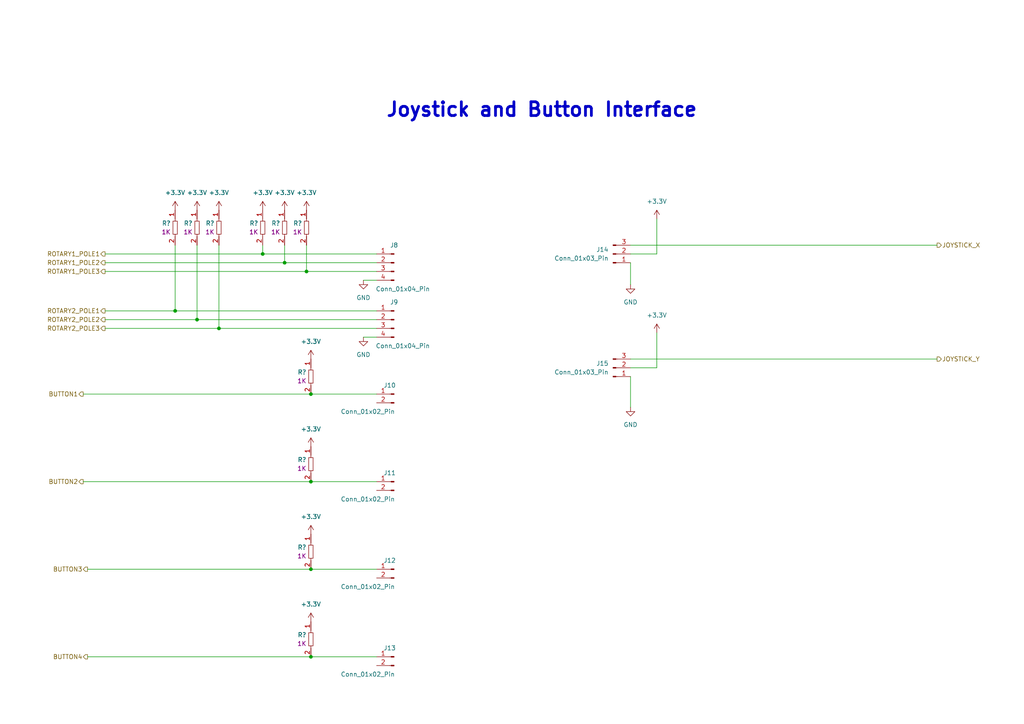
<source format=kicad_sch>
(kicad_sch (version 20230121) (generator eeschema)
  (paper "A4")
  (lib_symbols
    (symbol "AVR-KiCAD-Lib-Resistors:RC0402FR-071KL" (pin_names (offset 1.016))
      (property "Reference" "R" (at -2.54 2.54 0))
      (property "Value" "RC0402FR-071KL" (at 1.27 5.08 0))
      (property "_Value_" "1K" (at 58.42 63.5 0))
      (symbol "RC0402FR-071KL_0_1"
        (rectangle (start -1.905 0.635) (end 1.905 -0.635))
        (polyline (pts (xy -2.54 0) (xy -1.905 0)))
        (polyline (pts (xy -1.905 0) (xy -1.905 0)))
        (polyline (pts (xy 1.905 0) (xy 1.905 0)))
        (polyline (pts (xy 2.54 0) (xy 1.905 0)))
      )
      (symbol "RC0402FR-071KL_1_1"
        (pin passive line (at -5.08 0 0) (length 2.5146) (name "~") (number "1"))
        (pin passive line (at 5.08 0 180) (length 2.5146) (name "~") (number "2"))
      )
    )
    (symbol "Connector:Conn_01x02_Pin" (pin_names (offset 1.016) hide)
      (property "Reference" "J" (at 0 2.54 0))
      (property "Value" "Conn_01x02_Pin" (at 0 -5.08 0))
      (symbol "Conn_01x02_Pin_1_1"
        (polyline (pts (xy 1.27 -2.54) (xy 0.8636 -2.54)) (stroke (width 0.1524)))
        (polyline (pts (xy 1.27 0) (xy 0.8636 0)) (stroke (width 0.1524)))
        (rectangle (start 0.8636 -2.413) (end 0 -2.667) (stroke (width 0.1524)) (fill (type outline)))
        (rectangle (start 0.8636 0.127) (end 0 -0.127) (stroke (width 0.1524)) (fill (type outline)))
        (pin passive line (at 5.08 0 180) (length 3.81) (name "Pin_1") (number "1"))
        (pin passive line (at 5.08 -2.54 180) (length 3.81) (name "Pin_2") (number "2"))
      )
    )
    (symbol "Connector:Conn_01x03_Pin" (pin_names (offset 1.016) hide)
      (property "Reference" "J" (at 0 5.08 0))
      (property "Value" "Conn_01x03_Pin" (at 0 -5.08 0))
      (symbol "Conn_01x03_Pin_1_1"
        (polyline (pts (xy 1.27 -2.54) (xy 0.8636 -2.54)) (stroke (width 0.1524)))
        (polyline (pts (xy 1.27 0) (xy 0.8636 0)) (stroke (width 0.1524)))
        (polyline (pts (xy 1.27 2.54) (xy 0.8636 2.54)) (stroke (width 0.1524)))
        (rectangle (start 0.8636 -2.413) (end 0 -2.667) (stroke (width 0.1524)) (fill (type outline)))
        (rectangle (start 0.8636 0.127) (end 0 -0.127) (stroke (width 0.1524)) (fill (type outline)))
        (rectangle (start 0.8636 2.667) (end 0 2.413) (stroke (width 0.1524)) (fill (type outline)))
        (pin passive line (at 5.08 2.54 180) (length 3.81) (name "Pin_1") (number "1"))
        (pin passive line (at 5.08 0 180) (length 3.81) (name "Pin_2") (number "2"))
        (pin passive line (at 5.08 -2.54 180) (length 3.81) (name "Pin_3") (number "3"))
      )
    )
    (symbol "Connector:Conn_01x04_Pin" (pin_names (offset 1.016) hide)
      (property "Reference" "J" (at 0 5.08 0))
      (property "Value" "Conn_01x04_Pin" (at 0 -7.62 0))
      (symbol "Conn_01x04_Pin_1_1"
        (polyline (pts (xy 1.27 -5.08) (xy 0.8636 -5.08)) (stroke (width 0.1524)))
        (polyline (pts (xy 1.27 -2.54) (xy 0.8636 -2.54)) (stroke (width 0.1524)))
        (polyline (pts (xy 1.27 0) (xy 0.8636 0)) (stroke (width 0.1524)))
        (polyline (pts (xy 1.27 2.54) (xy 0.8636 2.54)) (stroke (width 0.1524)))
        (rectangle (start 0.8636 -4.953) (end 0 -5.207) (stroke (width 0.1524)) (fill (type outline)))
        (rectangle (start 0.8636 -2.413) (end 0 -2.667) (stroke (width 0.1524)) (fill (type outline)))
        (rectangle (start 0.8636 0.127) (end 0 -0.127) (stroke (width 0.1524)) (fill (type outline)))
        (rectangle (start 0.8636 2.667) (end 0 2.413) (stroke (width 0.1524)) (fill (type outline)))
        (pin passive line (at 5.08 2.54 180) (length 3.81) (name "Pin_1") (number "1"))
        (pin passive line (at 5.08 0 180) (length 3.81) (name "Pin_2") (number "2"))
        (pin passive line (at 5.08 -2.54 180) (length 3.81) (name "Pin_3") (number "3"))
        (pin passive line (at 5.08 -5.08 180) (length 3.81) (name "Pin_4") (number "4"))
      )
    )
    (symbol "power:+3.3V" (power) (pin_names (offset 0))
      (property "Value" "+3.3V" (at 0 3.556 0))
      (symbol "+3.3V_0_1"
        (polyline (pts (xy -0.762 1.27) (xy 0 2.54)))
        (polyline (pts (xy 0 0) (xy 0 2.54)))
        (polyline (pts (xy 0 2.54) (xy 0.762 1.27)))
      )
      (symbol "+3.3V_1_1"
        (pin power_in line (at 0 0 90) (length 0) hide (name "+3.3V") (number "1"))
      )
    )
    (symbol "power:GND" (power) (pin_names (offset 0))
      (property "Value" "GND" (at 0 -3.81 0))
      (symbol "GND_0_1"
        (polyline (pts (xy 0 0) (xy 0 -1.27) (xy 1.27 -1.27) (xy 0 -2.54) (xy -1.27 -1.27) (xy 0 -1.27)))
      )
      (symbol "GND_1_1"
        (pin power_in line (at 0 0 270) (length 0) hide (name "GND") (number "1"))
      )
    )
  )
  (junction (at 90.17 114.3))
  (junction (at 90.17 165.1))
  (junction (at 90.17 190.5))
  (junction (at 88.9 78.74))
  (junction (at 57.15 92.71))
  (junction (at 76.2 73.66))
  (junction (at 82.55 76.2))
  (junction (at 63.5 95.25))
  (junction (at 50.8 90.17))
  (junction (at 90.17 139.7))
  (wire (pts (xy 63.5 95.25) (xy 109.22 95.25)))
  (wire (pts (xy 88.9 71.12) (xy 88.9 78.74)))
  (wire (pts (xy 182.88 71.12) (xy 271.78 71.12)))
  (wire (pts (xy 90.17 165.1) (xy 25.4 165.1)))
  (wire (pts (xy 109.22 139.7) (xy 90.17 139.7)))
  (wire (pts (xy 30.48 90.17) (xy 50.8 90.17)))
  (wire (pts (xy 82.55 76.2) (xy 109.22 76.2)))
  (wire (pts (xy 105.41 97.79) (xy 109.22 97.79)))
  (wire (pts (xy 182.88 109.22) (xy 182.88 118.11)))
  (wire (pts (xy 57.15 92.71) (xy 109.22 92.71)))
  (wire (pts (xy 182.88 104.14) (xy 271.78 104.14)))
  (wire (pts (xy 190.5 73.66) (xy 182.88 73.66)))
  (wire (pts (xy 109.22 114.3) (xy 90.17 114.3)))
  (wire (pts (xy 109.22 190.5) (xy 90.17 190.5)))
  (wire (pts (xy 63.5 71.12) (xy 63.5 95.25)))
  (wire (pts (xy 190.5 96.52) (xy 190.5 106.68)))
  (wire (pts (xy 76.2 71.12) (xy 76.2 73.66)))
  (wire (pts (xy 90.17 190.5) (xy 25.4 190.5)))
  (wire (pts (xy 30.48 76.2) (xy 82.55 76.2)))
  (wire (pts (xy 76.2 73.66) (xy 109.22 73.66)))
  (wire (pts (xy 82.55 71.12) (xy 82.55 76.2)))
  (wire (pts (xy 190.5 63.5) (xy 190.5 73.66)))
  (wire (pts (xy 190.5 106.68) (xy 182.88 106.68)))
  (wire (pts (xy 90.17 114.3) (xy 24.13 114.3)))
  (wire (pts (xy 57.15 71.12) (xy 57.15 92.71)))
  (wire (pts (xy 50.8 71.12) (xy 50.8 90.17)))
  (wire (pts (xy 30.48 73.66) (xy 76.2 73.66)))
  (wire (pts (xy 30.48 92.71) (xy 57.15 92.71)))
  (wire (pts (xy 30.48 78.74) (xy 88.9 78.74)))
  (wire (pts (xy 88.9 78.74) (xy 109.22 78.74)))
  (wire (pts (xy 30.48 95.25) (xy 63.5 95.25)))
  (wire (pts (xy 182.88 76.2) (xy 182.88 82.55)))
  (wire (pts (xy 90.17 139.7) (xy 24.13 139.7)))
  (wire (pts (xy 109.22 165.1) (xy 90.17 165.1)))
  (wire (pts (xy 50.8 90.17) (xy 109.22 90.17)))
  (wire (pts (xy 105.41 81.28) (xy 109.22 81.28)))
  (text "Joystick and Button Interface" (at 111.76 34.29 0) (effects (font (size 4 4) (thickness 0.8) bold) (justify left bottom)))
  (hierarchical_label "ROTARY2_POLE3" (shape output) (at 30.48 95.25 180))
  (hierarchical_label "ROTARY2_POLE1" (shape output) (at 30.48 90.17 180))
  (hierarchical_label "ROTARY1_POLE3" (shape output) (at 30.48 78.74 180))
  (hierarchical_label "BUTTON3" (shape output) (at 25.4 165.1 180))
  (hierarchical_label "BUTTON2" (shape output) (at 24.13 139.7 180))
  (hierarchical_label "JOYSTICK_X" (shape output) (at 271.78 71.12 0))
  (hierarchical_label "ROTARY1_POLE2" (shape output) (at 30.48 76.2 180))
  (hierarchical_label "ROTARY1_POLE1" (shape output) (at 30.48 73.66 180))
  (hierarchical_label "JOYSTICK_Y" (shape output) (at 271.78 104.14 0))
  (hierarchical_label "BUTTON1" (shape output) (at 24.13 114.3 180))
  (hierarchical_label "ROTARY2_POLE2" (shape output) (at 30.48 92.71 180))
  (hierarchical_label "BUTTON4" (shape output) (at 25.4 190.5 180))
  (symbol (lib_id "Connector:Conn_01x02_Pin") (at 114.3 114.3 0) (mirror y) (unit 1)
    (property "Reference" "J10" (at 113.03 111.76 0))
    (property "Value" "Conn_01x02_Pin" (at 106.68 119.38 0))
    (property "Footprint" "Connector_PinHeader_2.54mm:PinHeader_1x02_P2.54mm_Vertical" (effects hide))
  )
  (symbol (lib_id "Connector:Conn_01x02_Pin") (at 114.3 139.7 0) (mirror y) (unit 1)
    (property "Reference" "J11" (at 113.03 137.16 0))
    (property "Value" "Conn_01x02_Pin" (at 106.68 144.78 0))
    (property "Footprint" "Connector_PinHeader_2.54mm:PinHeader_1x02_P2.54mm_Vertical" (effects hide))
  )
  (symbol (lib_id "Connector:Conn_01x03_Pin") (at 177.8 73.66 0) (mirror x) (unit 1)
    (property "Reference" "J14" (at 176.53 72.39 0) (effects (justify right)))
    (property "Value" "Conn_01x03_Pin" (at 176.53 74.93 0) (effects (justify right)))
    (property "Footprint" "Connector_PinHeader_2.54mm:PinHeader_1x03_P2.54mm_Vertical" (effects hide))
  )
  (symbol (lib_id "power:+3.3V") (at 50.8 60.96 0) (mirror y) (unit 1)
    (property "Reference" "#PWR048" (effects hide))
    (property "Value" "+3.3V" (at 50.8 55.88 0))
  )
  (symbol (lib_id "Connector:Conn_01x03_Pin") (at 177.8 106.68 0) (mirror x) (unit 1)
    (property "Reference" "J15" (at 176.53 105.41 0) (effects (justify right)))
    (property "Value" "Conn_01x03_Pin" (at 176.53 107.95 0) (effects (justify right)))
    (property "Footprint" "Connector_PinHeader_2.54mm:PinHeader_1x03_P2.54mm_Vertical" (effects hide))
  )
  (symbol (lib_id "power:+3.3V") (at 82.55 60.96 0) (mirror y) (unit 1)
    (property "Reference" "#PWR052" (effects hide))
    (property "Value" "+3.3V" (at 82.55 55.88 0))
  )
  (symbol (lib_id "power:GND") (at 182.88 118.11 0) (mirror y) (unit 1)
    (property "Reference" "#PWR063" (effects hide))
    (property "Value" "GND" (at 182.88 123.19 0))
  )
  (symbol (lib_id "AVR-KiCAD-Lib-Resistors:RC0402FR-071KL") (at 90.17 160.02 90) (mirror x) (unit 1)
    (property "Reference" "R?" (at 88.9 158.75 90) (effects (justify left)))
    (property "Value" "RC0402FR-071KL" (effects hide))
    (property "Footprint" "AVR-KiCAD-Lib-Resistors:R0402" (effects hide))
    (property "Datasheet" "https://www.yageo.com/upload/media/product/productsearch/datasheet/rchip/PYu-RC_Group_51_RoHS_L_10.pdf" (effects hide))
    (property "Cost QTY: 1" "0.10000" (effects hide))
    (property "Cost QTY: 1000" "0.00289" (effects hide))
    (property "Cost QTY: 2500" "0.00251" (effects hide))
    (property "Cost QTY: 5000" "0.00207" (effects hide))
    (property "Cost QTY: 10000" "0.00163" (effects hide))
    (property "MFR" "Yageo" (effects hide))
    (property "MFR#" "RC0402FR-071KL" (effects hide))
    (property "Vendor" "Digikey" (effects hide))
    (property "Vendor #" "311-1.00KLRTR-ND" (effects hide))
    (property "Designer" "AVR" (effects hide))
    (property "Height" "0.4mm" (effects hide))
    (property "Date Created" "12/11/2019" (effects hide))
    (property "Date Modified" "12/11/2019" (effects hide))
    (property "Lead-Free ?" "Yes" (effects hide))
    (property "RoHS Levels" "1" (effects hide))
    (property "Mounting" "SMT" (effects hide))
    (property "Pin Count #" "2" (effects hide))
    (property "Status" "Active" (effects hide))
    (property "Tolerance" "1%" (effects hide))
    (property "Type" "Thick Film Resistor" (effects hide))
    (property "Voltage" "*" (effects hide))
    (property "Package" "0402" (effects hide))
    (property "_Value_" "1K" (at 88.9 161.29 90) (effects (justify left)))
    (property "Management_ID" "*" (effects hide))
    (property "Description" " kOhms ±1% 0.063W, 1/16W Chip Resistor 0402 (1005 Metric) Moisture Resistant Thick Film" (effects hide))
    (instances (project "JoyStick-Hat" (path "" (reference "R?") (unit 1)) (path "" (reference "R36") (unit 1))) (project "agricoltura-vine" (path "" (reference "R?") (unit 1))))
  )
  (symbol (lib_id "AVR-KiCAD-Lib-Resistors:RC0402FR-071KL") (at 63.5 66.04 90) (mirror x) (unit 1)
    (property "Reference" "R?" (at 62.23 64.77 90) (effects (justify left)))
    (property "Value" "RC0402FR-071KL" (effects hide))
    (property "Footprint" "AVR-KiCAD-Lib-Resistors:R0402" (effects hide))
    (property "Datasheet" "https://www.yageo.com/upload/media/product/productsearch/datasheet/rchip/PYu-RC_Group_51_RoHS_L_10.pdf" (effects hide))
    (property "Cost QTY: 1" "0.10000" (effects hide))
    (property "Cost QTY: 1000" "0.00289" (effects hide))
    (property "Cost QTY: 2500" "0.00251" (effects hide))
    (property "Cost QTY: 5000" "0.00207" (effects hide))
    (property "Cost QTY: 10000" "0.00163" (effects hide))
    (property "MFR" "Yageo" (effects hide))
    (property "MFR#" "RC0402FR-071KL" (effects hide))
    (property "Vendor" "Digikey" (effects hide))
    (property "Vendor #" "311-1.00KLRTR-ND" (effects hide))
    (property "Designer" "AVR" (effects hide))
    (property "Height" "0.4mm" (effects hide))
    (property "Date Created" "12/11/2019" (effects hide))
    (property "Date Modified" "12/11/2019" (effects hide))
    (property "Lead-Free ?" "Yes" (effects hide))
    (property "RoHS Levels" "1" (effects hide))
    (property "Mounting" "SMT" (effects hide))
    (property "Pin Count #" "2" (effects hide))
    (property "Status" "Active" (effects hide))
    (property "Tolerance" "1%" (effects hide))
    (property "Type" "Thick Film Resistor" (effects hide))
    (property "Voltage" "*" (effects hide))
    (property "Package" "0402" (effects hide))
    (property "_Value_" "1K" (at 62.23 67.31 90) (effects (justify left)))
    (property "Management_ID" "*" (effects hide))
    (property "Description" " kOhms ±1% 0.063W, 1/16W Chip Resistor 0402 (1005 Metric) Moisture Resistant Thick Film" (effects hide))
    (instances (project "JoyStick-Hat" (path "" (reference "R?") (unit 1)) (path "" (reference "R30") (unit 1))) (project "agricoltura-vine" (path "" (reference "R?") (unit 1))))
  )
  (symbol (lib_id "Connector:Conn_01x04_Pin") (at 114.3 76.2 0) (mirror y) (unit 1)
    (property "Reference" "J8" (at 114.3 71.12 0))
    (property "Value" "Conn_01x04_Pin" (at 116.84 83.82 0))
    (property "Footprint" "Connector_PinHeader_2.54mm:PinHeader_1x04_P2.54mm_Vertical" (effects hide))
  )
  (symbol (lib_id "power:+3.3V") (at 90.17 104.14 0) (mirror y) (unit 1)
    (property "Reference" "#PWR054" (effects hide))
    (property "Value" "+3.3V" (at 90.17 99.06 0))
  )
  (symbol (lib_id "AVR-KiCAD-Lib-Resistors:RC0402FR-071KL") (at 90.17 185.42 90) (mirror x) (unit 1)
    (property "Reference" "R?" (at 88.9 184.15 90) (effects (justify left)))
    (property "Value" "RC0402FR-071KL" (effects hide))
    (property "Footprint" "AVR-KiCAD-Lib-Resistors:R0402" (effects hide))
    (property "Datasheet" "https://www.yageo.com/upload/media/product/productsearch/datasheet/rchip/PYu-RC_Group_51_RoHS_L_10.pdf" (effects hide))
    (property "Cost QTY: 1" "0.10000" (effects hide))
    (property "Cost QTY: 1000" "0.00289" (effects hide))
    (property "Cost QTY: 2500" "0.00251" (effects hide))
    (property "Cost QTY: 5000" "0.00207" (effects hide))
    (property "Cost QTY: 10000" "0.00163" (effects hide))
    (property "MFR" "Yageo" (effects hide))
    (property "MFR#" "RC0402FR-071KL" (effects hide))
    (property "Vendor" "Digikey" (effects hide))
    (property "Vendor #" "311-1.00KLRTR-ND" (effects hide))
    (property "Designer" "AVR" (effects hide))
    (property "Height" "0.4mm" (effects hide))
    (property "Date Created" "12/11/2019" (effects hide))
    (property "Date Modified" "12/11/2019" (effects hide))
    (property "Lead-Free ?" "Yes" (effects hide))
    (property "RoHS Levels" "1" (effects hide))
    (property "Mounting" "SMT" (effects hide))
    (property "Pin Count #" "2" (effects hide))
    (property "Status" "Active" (effects hide))
    (property "Tolerance" "1%" (effects hide))
    (property "Type" "Thick Film Resistor" (effects hide))
    (property "Voltage" "*" (effects hide))
    (property "Package" "0402" (effects hide))
    (property "_Value_" "1K" (at 88.9 186.69 90) (effects (justify left)))
    (property "Management_ID" "*" (effects hide))
    (property "Description" " kOhms ±1% 0.063W, 1/16W Chip Resistor 0402 (1005 Metric) Moisture Resistant Thick Film" (effects hide))
    (instances (project "JoyStick-Hat" (path "" (reference "R?") (unit 1)) (path "" (reference "R37") (unit 1))) (project "agricoltura-vine" (path "" (reference "R?") (unit 1))))
  )
  (symbol (lib_id "Connector:Conn_01x02_Pin") (at 114.3 165.1 0) (mirror y) (unit 1)
    (property "Reference" "J12" (at 113.03 162.56 0))
    (property "Value" "Conn_01x02_Pin" (at 106.68 170.18 0))
    (property "Footprint" "Connector_PinHeader_2.54mm:PinHeader_1x02_P2.54mm_Vertical" (effects hide))
  )
  (symbol (lib_id "power:GND") (at 105.41 97.79 0) (mirror y) (unit 1)
    (property "Reference" "#PWR059" (effects hide))
    (property "Value" "GND" (at 105.41 102.87 0))
  )
  (symbol (lib_id "power:+3.3V") (at 190.5 96.52 0) (mirror y) (unit 1)
    (property "Reference" "#PWR062" (effects hide))
    (property "Value" "+3.3V" (at 190.5 91.44 0))
  )
  (symbol (lib_id "AVR-KiCAD-Lib-Resistors:RC0402FR-071KL") (at 57.15 66.04 90) (mirror x) (unit 1)
    (property "Reference" "R?" (at 55.88 64.77 90) (effects (justify left)))
    (property "Value" "RC0402FR-071KL" (effects hide))
    (property "Footprint" "AVR-KiCAD-Lib-Resistors:R0402" (effects hide))
    (property "Datasheet" "https://www.yageo.com/upload/media/product/productsearch/datasheet/rchip/PYu-RC_Group_51_RoHS_L_10.pdf" (effects hide))
    (property "Cost QTY: 1" "0.10000" (effects hide))
    (property "Cost QTY: 1000" "0.00289" (effects hide))
    (property "Cost QTY: 2500" "0.00251" (effects hide))
    (property "Cost QTY: 5000" "0.00207" (effects hide))
    (property "Cost QTY: 10000" "0.00163" (effects hide))
    (property "MFR" "Yageo" (effects hide))
    (property "MFR#" "RC0402FR-071KL" (effects hide))
    (property "Vendor" "Digikey" (effects hide))
    (property "Vendor #" "311-1.00KLRTR-ND" (effects hide))
    (property "Designer" "AVR" (effects hide))
    (property "Height" "0.4mm" (effects hide))
    (property "Date Created" "12/11/2019" (effects hide))
    (property "Date Modified" "12/11/2019" (effects hide))
    (property "Lead-Free ?" "Yes" (effects hide))
    (property "RoHS Levels" "1" (effects hide))
    (property "Mounting" "SMT" (effects hide))
    (property "Pin Count #" "2" (effects hide))
    (property "Status" "Active" (effects hide))
    (property "Tolerance" "1%" (effects hide))
    (property "Type" "Thick Film Resistor" (effects hide))
    (property "Voltage" "*" (effects hide))
    (property "Package" "0402" (effects hide))
    (property "_Value_" "1K" (at 55.88 67.31 90) (effects (justify left)))
    (property "Management_ID" "*" (effects hide))
    (property "Description" " kOhms ±1% 0.063W, 1/16W Chip Resistor 0402 (1005 Metric) Moisture Resistant Thick Film" (effects hide))
    (instances (project "JoyStick-Hat" (path "" (reference "R?") (unit 1)) (path "" (reference "R29") (unit 1))) (project "agricoltura-vine" (path "" (reference "R?") (unit 1))))
  )
  (symbol (lib_id "AVR-KiCAD-Lib-Resistors:RC0402FR-071KL") (at 88.9 66.04 90) (mirror x) (unit 1)
    (property "Reference" "R?" (at 87.63 64.77 90) (effects (justify left)))
    (property "Value" "RC0402FR-071KL" (effects hide))
    (property "Footprint" "AVR-KiCAD-Lib-Resistors:R0402" (effects hide))
    (property "Datasheet" "https://www.yageo.com/upload/media/product/productsearch/datasheet/rchip/PYu-RC_Group_51_RoHS_L_10.pdf" (effects hide))
    (property "Cost QTY: 1" "0.10000" (effects hide))
    (property "Cost QTY: 1000" "0.00289" (effects hide))
    (property "Cost QTY: 2500" "0.00251" (effects hide))
    (property "Cost QTY: 5000" "0.00207" (effects hide))
    (property "Cost QTY: 10000" "0.00163" (effects hide))
    (property "MFR" "Yageo" (effects hide))
    (property "MFR#" "RC0402FR-071KL" (effects hide))
    (property "Vendor" "Digikey" (effects hide))
    (property "Vendor #" "311-1.00KLRTR-ND" (effects hide))
    (property "Designer" "AVR" (effects hide))
    (property "Height" "0.4mm" (effects hide))
    (property "Date Created" "12/11/2019" (effects hide))
    (property "Date Modified" "12/11/2019" (effects hide))
    (property "Lead-Free ?" "Yes" (effects hide))
    (property "RoHS Levels" "1" (effects hide))
    (property "Mounting" "SMT" (effects hide))
    (property "Pin Count #" "2" (effects hide))
    (property "Status" "Active" (effects hide))
    (property "Tolerance" "1%" (effects hide))
    (property "Type" "Thick Film Resistor" (effects hide))
    (property "Voltage" "*" (effects hide))
    (property "Package" "0402" (effects hide))
    (property "_Value_" "1K" (at 87.63 67.31 90) (effects (justify left)))
    (property "Management_ID" "*" (effects hide))
    (property "Description" " kOhms ±1% 0.063W, 1/16W Chip Resistor 0402 (1005 Metric) Moisture Resistant Thick Film" (effects hide))
    (instances (project "JoyStick-Hat" (path "" (reference "R?") (unit 1)) (path "" (reference "R33") (unit 1))) (project "agricoltura-vine" (path "" (reference "R?") (unit 1))))
  )
  (symbol (lib_id "AVR-KiCAD-Lib-Resistors:RC0402FR-071KL") (at 90.17 109.22 90) (mirror x) (unit 1)
    (property "Reference" "R?" (at 88.9 107.95 90) (effects (justify left)))
    (property "Value" "RC0402FR-071KL" (effects hide))
    (property "Footprint" "AVR-KiCAD-Lib-Resistors:R0402" (effects hide))
    (property "Datasheet" "https://www.yageo.com/upload/media/product/productsearch/datasheet/rchip/PYu-RC_Group_51_RoHS_L_10.pdf" (effects hide))
    (property "Cost QTY: 1" "0.10000" (effects hide))
    (property "Cost QTY: 1000" "0.00289" (effects hide))
    (property "Cost QTY: 2500" "0.00251" (effects hide))
    (property "Cost QTY: 5000" "0.00207" (effects hide))
    (property "Cost QTY: 10000" "0.00163" (effects hide))
    (property "MFR" "Yageo" (effects hide))
    (property "MFR#" "RC0402FR-071KL" (effects hide))
    (property "Vendor" "Digikey" (effects hide))
    (property "Vendor #" "311-1.00KLRTR-ND" (effects hide))
    (property "Designer" "AVR" (effects hide))
    (property "Height" "0.4mm" (effects hide))
    (property "Date Created" "12/11/2019" (effects hide))
    (property "Date Modified" "12/11/2019" (effects hide))
    (property "Lead-Free ?" "Yes" (effects hide))
    (property "RoHS Levels" "1" (effects hide))
    (property "Mounting" "SMT" (effects hide))
    (property "Pin Count #" "2" (effects hide))
    (property "Status" "Active" (effects hide))
    (property "Tolerance" "1%" (effects hide))
    (property "Type" "Thick Film Resistor" (effects hide))
    (property "Voltage" "*" (effects hide))
    (property "Package" "0402" (effects hide))
    (property "_Value_" "1K" (at 88.9 110.49 90) (effects (justify left)))
    (property "Management_ID" "*" (effects hide))
    (property "Description" " kOhms ±1% 0.063W, 1/16W Chip Resistor 0402 (1005 Metric) Moisture Resistant Thick Film" (effects hide))
    (instances (project "JoyStick-Hat" (path "" (reference "R?") (unit 1)) (path "" (reference "R34") (unit 1))) (project "agricoltura-vine" (path "" (reference "R?") (unit 1))))
  )
  (symbol (lib_id "Connector:Conn_01x04_Pin") (at 114.3 92.71 0) (mirror y) (unit 1)
    (property "Reference" "J9" (at 114.3 87.63 0))
    (property "Value" "Conn_01x04_Pin" (at 116.84 100.33 0))
    (property "Footprint" "Connector_PinHeader_2.54mm:PinHeader_1x04_P2.54mm_Vertical" (effects hide))
  )
  (symbol (lib_id "power:GND") (at 105.41 81.28 0) (mirror y) (unit 1)
    (property "Reference" "#PWR058" (effects hide))
    (property "Value" "GND" (at 105.41 86.36 0))
  )
  (symbol (lib_id "power:+3.3V") (at 90.17 180.34 0) (mirror y) (unit 1)
    (property "Reference" "#PWR057" (effects hide))
    (property "Value" "+3.3V" (at 90.17 175.26 0))
  )
  (symbol (lib_id "AVR-KiCAD-Lib-Resistors:RC0402FR-071KL") (at 50.8 66.04 90) (mirror x) (unit 1)
    (property "Reference" "R?" (at 49.53 64.77 90) (effects (justify left)))
    (property "Value" "RC0402FR-071KL" (effects hide))
    (property "Footprint" "AVR-KiCAD-Lib-Resistors:R0402" (effects hide))
    (property "Datasheet" "https://www.yageo.com/upload/media/product/productsearch/datasheet/rchip/PYu-RC_Group_51_RoHS_L_10.pdf" (effects hide))
    (property "Cost QTY: 1" "0.10000" (effects hide))
    (property "Cost QTY: 1000" "0.00289" (effects hide))
    (property "Cost QTY: 2500" "0.00251" (effects hide))
    (property "Cost QTY: 5000" "0.00207" (effects hide))
    (property "Cost QTY: 10000" "0.00163" (effects hide))
    (property "MFR" "Yageo" (effects hide))
    (property "MFR#" "RC0402FR-071KL" (effects hide))
    (property "Vendor" "Digikey" (effects hide))
    (property "Vendor #" "311-1.00KLRTR-ND" (effects hide))
    (property "Designer" "AVR" (effects hide))
    (property "Height" "0.4mm" (effects hide))
    (property "Date Created" "12/11/2019" (effects hide))
    (property "Date Modified" "12/11/2019" (effects hide))
    (property "Lead-Free ?" "Yes" (effects hide))
    (property "RoHS Levels" "1" (effects hide))
    (property "Mounting" "SMT" (effects hide))
    (property "Pin Count #" "2" (effects hide))
    (property "Status" "Active" (effects hide))
    (property "Tolerance" "1%" (effects hide))
    (property "Type" "Thick Film Resistor" (effects hide))
    (property "Voltage" "*" (effects hide))
    (property "Package" "0402" (effects hide))
    (property "_Value_" "1K" (at 49.53 67.31 90) (effects (justify left)))
    (property "Management_ID" "*" (effects hide))
    (property "Description" " kOhms ±1% 0.063W, 1/16W Chip Resistor 0402 (1005 Metric) Moisture Resistant Thick Film" (effects hide))
    (instances (project "JoyStick-Hat" (path "" (reference "R?") (unit 1)) (path "" (reference "R28") (unit 1))) (project "agricoltura-vine" (path "" (reference "R?") (unit 1))))
  )
  (symbol (lib_id "power:+3.3V") (at 90.17 129.54 0) (mirror y) (unit 1)
    (property "Reference" "#PWR055" (effects hide))
    (property "Value" "+3.3V" (at 90.17 124.46 0))
  )
  (symbol (lib_id "power:+3.3V") (at 88.9 60.96 0) (mirror y) (unit 1)
    (property "Reference" "#PWR053" (effects hide))
    (property "Value" "+3.3V" (at 88.9 55.88 0))
  )
  (symbol (lib_id "power:GND") (at 182.88 82.55 0) (mirror y) (unit 1)
    (property "Reference" "#PWR061" (effects hide))
    (property "Value" "GND" (at 182.88 87.63 0))
  )
  (symbol (lib_id "AVR-KiCAD-Lib-Resistors:RC0402FR-071KL") (at 76.2 66.04 90) (mirror x) (unit 1)
    (property "Reference" "R?" (at 74.93 64.77 90) (effects (justify left)))
    (property "Value" "RC0402FR-071KL" (effects hide))
    (property "Footprint" "AVR-KiCAD-Lib-Resistors:R0402" (effects hide))
    (property "Datasheet" "https://www.yageo.com/upload/media/product/productsearch/datasheet/rchip/PYu-RC_Group_51_RoHS_L_10.pdf" (effects hide))
    (property "Cost QTY: 1" "0.10000" (effects hide))
    (property "Cost QTY: 1000" "0.00289" (effects hide))
    (property "Cost QTY: 2500" "0.00251" (effects hide))
    (property "Cost QTY: 5000" "0.00207" (effects hide))
    (property "Cost QTY: 10000" "0.00163" (effects hide))
    (property "MFR" "Yageo" (effects hide))
    (property "MFR#" "RC0402FR-071KL" (effects hide))
    (property "Vendor" "Digikey" (effects hide))
    (property "Vendor #" "311-1.00KLRTR-ND" (effects hide))
    (property "Designer" "AVR" (effects hide))
    (property "Height" "0.4mm" (effects hide))
    (property "Date Created" "12/11/2019" (effects hide))
    (property "Date Modified" "12/11/2019" (effects hide))
    (property "Lead-Free ?" "Yes" (effects hide))
    (property "RoHS Levels" "1" (effects hide))
    (property "Mounting" "SMT" (effects hide))
    (property "Pin Count #" "2" (effects hide))
    (property "Status" "Active" (effects hide))
    (property "Tolerance" "1%" (effects hide))
    (property "Type" "Thick Film Resistor" (effects hide))
    (property "Voltage" "*" (effects hide))
    (property "Package" "0402" (effects hide))
    (property "_Value_" "1K" (at 74.93 67.31 90) (effects (justify left)))
    (property "Management_ID" "*" (effects hide))
    (property "Description" " kOhms ±1% 0.063W, 1/16W Chip Resistor 0402 (1005 Metric) Moisture Resistant Thick Film" (effects hide))
    (instances (project "JoyStick-Hat" (path "" (reference "R?") (unit 1)) (path "" (reference "R31") (unit 1))) (project "agricoltura-vine" (path "" (reference "R?") (unit 1))))
  )
  (symbol (lib_id "power:+3.3V") (at 76.2 60.96 0) (mirror y) (unit 1)
    (property "Reference" "#PWR051" (effects hide))
    (property "Value" "+3.3V" (at 76.2 55.88 0))
  )
  (symbol (lib_id "power:+3.3V") (at 63.5 60.96 0) (mirror y) (unit 1)
    (property "Reference" "#PWR050" (effects hide))
    (property "Value" "+3.3V" (at 63.5 55.88 0))
  )
  (symbol (lib_id "AVR-KiCAD-Lib-Resistors:RC0402FR-071KL") (at 82.55 66.04 90) (mirror x) (unit 1)
    (property "Reference" "R?" (at 81.28 64.77 90) (effects (justify left)))
    (property "Value" "RC0402FR-071KL" (effects hide))
    (property "Footprint" "AVR-KiCAD-Lib-Resistors:R0402" (effects hide))
    (property "Datasheet" "https://www.yageo.com/upload/media/product/productsearch/datasheet/rchip/PYu-RC_Group_51_RoHS_L_10.pdf" (effects hide))
    (property "Cost QTY: 1" "0.10000" (effects hide))
    (property "Cost QTY: 1000" "0.00289" (effects hide))
    (property "Cost QTY: 2500" "0.00251" (effects hide))
    (property "Cost QTY: 5000" "0.00207" (effects hide))
    (property "Cost QTY: 10000" "0.00163" (effects hide))
    (property "MFR" "Yageo" (effects hide))
    (property "MFR#" "RC0402FR-071KL" (effects hide))
    (property "Vendor" "Digikey" (effects hide))
    (property "Vendor #" "311-1.00KLRTR-ND" (effects hide))
    (property "Designer" "AVR" (effects hide))
    (property "Height" "0.4mm" (effects hide))
    (property "Date Created" "12/11/2019" (effects hide))
    (property "Date Modified" "12/11/2019" (effects hide))
    (property "Lead-Free ?" "Yes" (effects hide))
    (property "RoHS Levels" "1" (effects hide))
    (property "Mounting" "SMT" (effects hide))
    (property "Pin Count #" "2" (effects hide))
    (property "Status" "Active" (effects hide))
    (property "Tolerance" "1%" (effects hide))
    (property "Type" "Thick Film Resistor" (effects hide))
    (property "Voltage" "*" (effects hide))
    (property "Package" "0402" (effects hide))
    (property "_Value_" "1K" (at 81.28 67.31 90) (effects (justify left)))
    (property "Management_ID" "*" (effects hide))
    (property "Description" " kOhms ±1% 0.063W, 1/16W Chip Resistor 0402 (1005 Metric) Moisture Resistant Thick Film" (effects hide))
    (instances (project "JoyStick-Hat" (path "" (reference "R?") (unit 1)) (path "" (reference "R32") (unit 1))) (project "agricoltura-vine" (path "" (reference "R?") (unit 1))))
  )
  (symbol (lib_id "power:+3.3V") (at 90.17 154.94 0) (mirror y) (unit 1)
    (property "Reference" "#PWR056" (effects hide))
    (property "Value" "+3.3V" (at 90.17 149.86 0))
  )
  (symbol (lib_id "power:+3.3V") (at 190.5 63.5 0) (mirror y) (unit 1)
    (property "Reference" "#PWR060" (effects hide))
    (property "Value" "+3.3V" (at 190.5 58.42 0))
  )
  (symbol (lib_id "Connector:Conn_01x02_Pin") (at 114.3 190.5 0) (mirror y) (unit 1)
    (property "Reference" "J13" (at 113.03 187.96 0))
    (property "Value" "Conn_01x02_Pin" (at 106.68 195.58 0))
    (property "Footprint" "Connector_PinHeader_2.54mm:PinHeader_1x02_P2.54mm_Vertical" (effects hide))
  )
  (symbol (lib_id "AVR-KiCAD-Lib-Resistors:RC0402FR-071KL") (at 90.17 134.62 90) (mirror x) (unit 1)
    (property "Reference" "R?" (at 88.9 133.35 90) (effects (justify left)))
    (property "Value" "RC0402FR-071KL" (effects hide))
    (property "Footprint" "AVR-KiCAD-Lib-Resistors:R0402" (effects hide))
    (property "Datasheet" "https://www.yageo.com/upload/media/product/productsearch/datasheet/rchip/PYu-RC_Group_51_RoHS_L_10.pdf" (effects hide))
    (property "Cost QTY: 1" "0.10000" (effects hide))
    (property "Cost QTY: 1000" "0.00289" (effects hide))
    (property "Cost QTY: 2500" "0.00251" (effects hide))
    (property "Cost QTY: 5000" "0.00207" (effects hide))
    (property "Cost QTY: 10000" "0.00163" (effects hide))
    (property "MFR" "Yageo" (effects hide))
    (property "MFR#" "RC0402FR-071KL" (effects hide))
    (property "Vendor" "Digikey" (effects hide))
    (property "Vendor #" "311-1.00KLRTR-ND" (effects hide))
    (property "Designer" "AVR" (effects hide))
    (property "Height" "0.4mm" (effects hide))
    (property "Date Created" "12/11/2019" (effects hide))
    (property "Date Modified" "12/11/2019" (effects hide))
    (property "Lead-Free ?" "Yes" (effects hide))
    (property "RoHS Levels" "1" (effects hide))
    (property "Mounting" "SMT" (effects hide))
    (property "Pin Count #" "2" (effects hide))
    (property "Status" "Active" (effects hide))
    (property "Tolerance" "1%" (effects hide))
    (property "Type" "Thick Film Resistor" (effects hide))
    (property "Voltage" "*" (effects hide))
    (property "Package" "0402" (effects hide))
    (property "_Value_" "1K" (at 88.9 135.89 90) (effects (justify left)))
    (property "Management_ID" "*" (effects hide))
    (property "Description" " kOhms ±1% 0.063W, 1/16W Chip Resistor 0402 (1005 Metric) Moisture Resistant Thick Film" (effects hide))
    (instances (project "JoyStick-Hat" (path "" (reference "R?") (unit 1)) (path "" (reference "R35") (unit 1))) (project "agricoltura-vine" (path "" (reference "R?") (unit 1))))
  )
  (symbol (lib_id "power:+3.3V") (at 57.15 60.96 0) (mirror y) (unit 1)
    (property "Reference" "#PWR049" (effects hide))
    (property "Value" "+3.3V" (at 57.15 55.88 0))
  )
)
</source>
